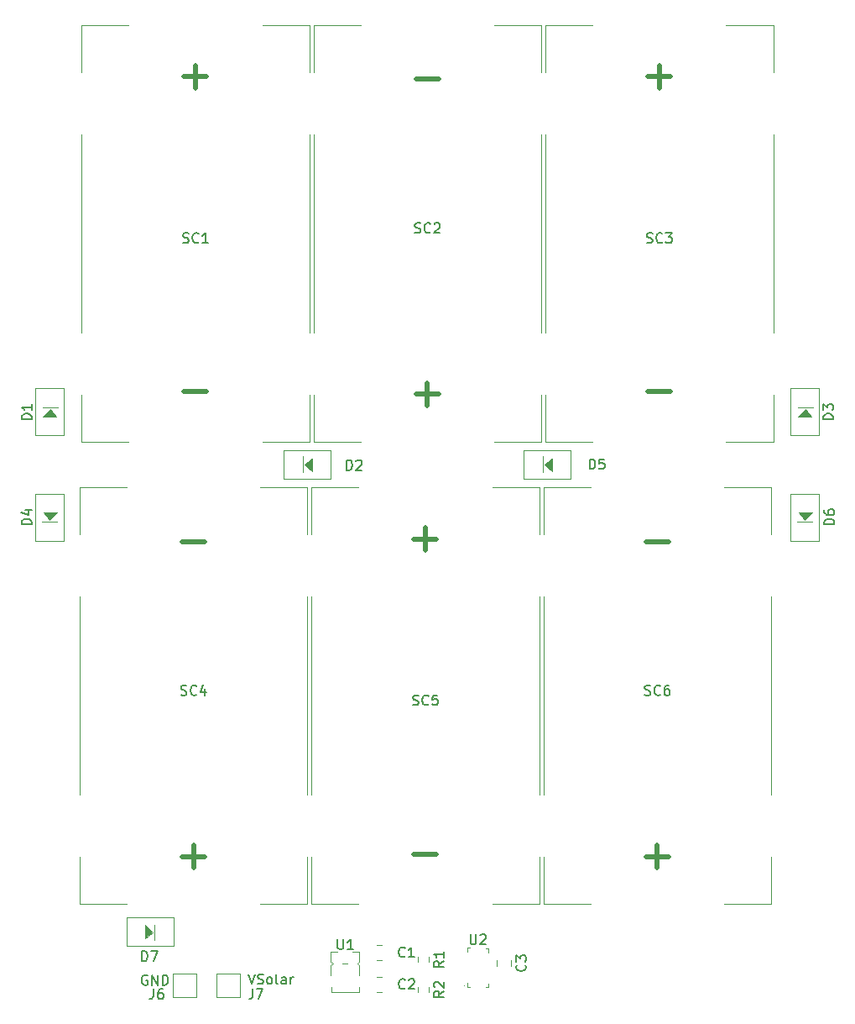
<source format=gbr>
%TF.GenerationSoftware,KiCad,Pcbnew,(5.1.10)-1*%
%TF.CreationDate,2022-11-16T11:33:55-08:00*%
%TF.ProjectId,XYFaces,58594661-6365-4732-9e6b-696361645f70,1.0*%
%TF.SameCoordinates,Original*%
%TF.FileFunction,Legend,Top*%
%TF.FilePolarity,Positive*%
%FSLAX46Y46*%
G04 Gerber Fmt 4.6, Leading zero omitted, Abs format (unit mm)*
G04 Created by KiCad (PCBNEW (5.1.10)-1) date 2022-11-16 11:33:55*
%MOMM*%
%LPD*%
G01*
G04 APERTURE LIST*
%ADD10C,0.150000*%
%ADD11C,0.120000*%
%ADD12C,0.100000*%
%ADD13C,0.500000*%
G04 APERTURE END LIST*
D10*
X106038095Y-138300000D02*
X105942857Y-138252380D01*
X105800000Y-138252380D01*
X105657142Y-138300000D01*
X105561904Y-138395238D01*
X105514285Y-138490476D01*
X105466666Y-138680952D01*
X105466666Y-138823809D01*
X105514285Y-139014285D01*
X105561904Y-139109523D01*
X105657142Y-139204761D01*
X105800000Y-139252380D01*
X105895238Y-139252380D01*
X106038095Y-139204761D01*
X106085714Y-139157142D01*
X106085714Y-138823809D01*
X105895238Y-138823809D01*
X106514285Y-139252380D02*
X106514285Y-138252380D01*
X107085714Y-139252380D01*
X107085714Y-138252380D01*
X107561904Y-139252380D02*
X107561904Y-138252380D01*
X107800000Y-138252380D01*
X107942857Y-138300000D01*
X108038095Y-138395238D01*
X108085714Y-138490476D01*
X108133333Y-138680952D01*
X108133333Y-138823809D01*
X108085714Y-139014285D01*
X108038095Y-139109523D01*
X107942857Y-139204761D01*
X107800000Y-139252380D01*
X107561904Y-139252380D01*
X116214285Y-138152380D02*
X116547619Y-139152380D01*
X116880952Y-138152380D01*
X117166666Y-139104761D02*
X117309523Y-139152380D01*
X117547619Y-139152380D01*
X117642857Y-139104761D01*
X117690476Y-139057142D01*
X117738095Y-138961904D01*
X117738095Y-138866666D01*
X117690476Y-138771428D01*
X117642857Y-138723809D01*
X117547619Y-138676190D01*
X117357142Y-138628571D01*
X117261904Y-138580952D01*
X117214285Y-138533333D01*
X117166666Y-138438095D01*
X117166666Y-138342857D01*
X117214285Y-138247619D01*
X117261904Y-138200000D01*
X117357142Y-138152380D01*
X117595238Y-138152380D01*
X117738095Y-138200000D01*
X118309523Y-139152380D02*
X118214285Y-139104761D01*
X118166666Y-139057142D01*
X118119047Y-138961904D01*
X118119047Y-138676190D01*
X118166666Y-138580952D01*
X118214285Y-138533333D01*
X118309523Y-138485714D01*
X118452380Y-138485714D01*
X118547619Y-138533333D01*
X118595238Y-138580952D01*
X118642857Y-138676190D01*
X118642857Y-138961904D01*
X118595238Y-139057142D01*
X118547619Y-139104761D01*
X118452380Y-139152380D01*
X118309523Y-139152380D01*
X119214285Y-139152380D02*
X119119047Y-139104761D01*
X119071428Y-139009523D01*
X119071428Y-138152380D01*
X120023809Y-139152380D02*
X120023809Y-138628571D01*
X119976190Y-138533333D01*
X119880952Y-138485714D01*
X119690476Y-138485714D01*
X119595238Y-138533333D01*
X120023809Y-139104761D02*
X119928571Y-139152380D01*
X119690476Y-139152380D01*
X119595238Y-139104761D01*
X119547619Y-139009523D01*
X119547619Y-138914285D01*
X119595238Y-138819047D01*
X119690476Y-138771428D01*
X119928571Y-138771428D01*
X120023809Y-138723809D01*
X120499999Y-139152380D02*
X120499999Y-138485714D01*
X120499999Y-138676190D02*
X120547619Y-138580952D01*
X120595238Y-138533333D01*
X120690476Y-138485714D01*
X120785714Y-138485714D01*
D11*
%TO.C,U2*%
X138100000Y-139300000D02*
G75*
G03*
X138100000Y-139300000I-50000J0D01*
G01*
X138350000Y-135500000D02*
X138600000Y-135500000D01*
X138350000Y-135500000D02*
X138350000Y-135800000D01*
X138350000Y-135800000D02*
X138350000Y-135900000D01*
X138350000Y-135800000D02*
X138350000Y-135500000D01*
X140450000Y-135550000D02*
X140450000Y-135850000D01*
X140450000Y-135850000D02*
X140450000Y-135950000D01*
X140450000Y-135550000D02*
X140200000Y-135550000D01*
X140450000Y-135850000D02*
X140450000Y-135550000D01*
X140450000Y-139500000D02*
X140450000Y-139200000D01*
X140450000Y-139200000D02*
X140450000Y-139100000D01*
X140450000Y-139500000D02*
X140200000Y-139500000D01*
X140450000Y-139200000D02*
X140450000Y-139500000D01*
X138350000Y-139150000D02*
X138350000Y-139050000D01*
X138350000Y-139450000D02*
X138600000Y-139450000D01*
X138350000Y-139150000D02*
X138350000Y-139450000D01*
X138350000Y-139450000D02*
X138350000Y-139150000D01*
%TO.C,SC1*%
X99400000Y-42500000D02*
X104150000Y-42500000D01*
X104150000Y-42500000D02*
X99400000Y-42500000D01*
X99400000Y-42500000D02*
X99400000Y-47250000D01*
X117650000Y-42500000D02*
X122400000Y-42500000D01*
X122400000Y-42500000D02*
X122400000Y-47250000D01*
X99400000Y-84500000D02*
X99400000Y-79750000D01*
X99400000Y-84500000D02*
X104150000Y-84500000D01*
X117650000Y-84500000D02*
X122400000Y-84500000D01*
X122400000Y-84500000D02*
X122400000Y-79750000D01*
X99400000Y-63500000D02*
X99400000Y-53500000D01*
X99400000Y-53500000D02*
X99400000Y-73500000D01*
X122400000Y-63500000D02*
X122400000Y-53500000D01*
X122400000Y-53500000D02*
X122400000Y-71750000D01*
X122400000Y-71750000D02*
X122400000Y-63500000D01*
X122400000Y-63500000D02*
X122400000Y-73500000D01*
%TO.C,SC4*%
X122200000Y-131100000D02*
X117450000Y-131100000D01*
X117450000Y-131100000D02*
X122200000Y-131100000D01*
X122200000Y-131100000D02*
X122200000Y-126350000D01*
X103950000Y-131100000D02*
X99200000Y-131100000D01*
X99200000Y-131100000D02*
X99200000Y-126350000D01*
X122200000Y-89100000D02*
X122200000Y-93850000D01*
X122200000Y-89100000D02*
X117450000Y-89100000D01*
X103950000Y-89100000D02*
X99200000Y-89100000D01*
X99200000Y-89100000D02*
X99200000Y-93850000D01*
X122200000Y-110100000D02*
X122200000Y-120100000D01*
X122200000Y-120100000D02*
X122200000Y-100100000D01*
X99200000Y-110100000D02*
X99200000Y-120100000D01*
X99200000Y-120100000D02*
X99200000Y-101850000D01*
X99200000Y-101850000D02*
X99200000Y-110100000D01*
X99200000Y-110100000D02*
X99200000Y-100100000D01*
%TO.C,U1*%
X124650000Y-139975000D02*
X124650000Y-139475000D01*
X127375000Y-139975000D02*
X124650000Y-139975000D01*
X127375000Y-139475000D02*
X127375000Y-139975000D01*
X126250000Y-137100000D02*
X125750000Y-137100000D01*
X126000000Y-137100000D02*
X126250000Y-137100000D01*
X124575000Y-135925000D02*
X125175000Y-135925000D01*
X124575000Y-136925000D02*
X124575000Y-135925000D01*
X124750000Y-137100000D02*
X124575000Y-136925000D01*
X124750000Y-137100000D02*
X124575000Y-137275000D01*
X124575000Y-137275000D02*
X124575000Y-138250000D01*
X127375000Y-137275000D02*
X127375000Y-138250000D01*
X127200000Y-137100000D02*
X127375000Y-137275000D01*
X127375000Y-135925000D02*
X126775000Y-135925000D01*
X127375000Y-136925000D02*
X127375000Y-135925000D01*
X127200000Y-137100000D02*
X127375000Y-136925000D01*
%TO.C,D1*%
X94750000Y-79125000D02*
X94750000Y-83875000D01*
X94750000Y-83875000D02*
X97650000Y-83875000D01*
X94750000Y-79125000D02*
X97650000Y-79125000D01*
X97650000Y-79125000D02*
X97650000Y-83875000D01*
D12*
G36*
X95488800Y-82008000D02*
G01*
X96225400Y-81195200D01*
X96835000Y-82008000D01*
X95488800Y-82008000D01*
G37*
X95488800Y-82008000D02*
X96225400Y-81195200D01*
X96835000Y-82008000D01*
X95488800Y-82008000D01*
D11*
X97012800Y-81068200D02*
X95463400Y-81068200D01*
%TO.C,SC6*%
X169000000Y-131100000D02*
X164250000Y-131100000D01*
X164250000Y-131100000D02*
X169000000Y-131100000D01*
X169000000Y-131100000D02*
X169000000Y-126350000D01*
X150750000Y-131100000D02*
X146000000Y-131100000D01*
X146000000Y-131100000D02*
X146000000Y-126350000D01*
X169000000Y-89100000D02*
X169000000Y-93850000D01*
X169000000Y-89100000D02*
X164250000Y-89100000D01*
X150750000Y-89100000D02*
X146000000Y-89100000D01*
X146000000Y-89100000D02*
X146000000Y-93850000D01*
X169000000Y-110100000D02*
X169000000Y-120100000D01*
X169000000Y-120100000D02*
X169000000Y-100100000D01*
X146000000Y-110100000D02*
X146000000Y-120100000D01*
X146000000Y-120100000D02*
X146000000Y-101850000D01*
X146000000Y-101850000D02*
X146000000Y-110100000D01*
X146000000Y-110100000D02*
X146000000Y-100100000D01*
%TO.C,SC5*%
X122600000Y-89100000D02*
X127350000Y-89100000D01*
X127350000Y-89100000D02*
X122600000Y-89100000D01*
X122600000Y-89100000D02*
X122600000Y-93850000D01*
X140850000Y-89100000D02*
X145600000Y-89100000D01*
X145600000Y-89100000D02*
X145600000Y-93850000D01*
X122600000Y-131100000D02*
X122600000Y-126350000D01*
X122600000Y-131100000D02*
X127350000Y-131100000D01*
X140850000Y-131100000D02*
X145600000Y-131100000D01*
X145600000Y-131100000D02*
X145600000Y-126350000D01*
X122600000Y-110100000D02*
X122600000Y-100100000D01*
X122600000Y-100100000D02*
X122600000Y-120100000D01*
X145600000Y-110100000D02*
X145600000Y-100100000D01*
X145600000Y-100100000D02*
X145600000Y-118350000D01*
X145600000Y-118350000D02*
X145600000Y-110100000D01*
X145600000Y-110100000D02*
X145600000Y-120100000D01*
%TO.C,SC3*%
X146200000Y-42500000D02*
X150950000Y-42500000D01*
X150950000Y-42500000D02*
X146200000Y-42500000D01*
X146200000Y-42500000D02*
X146200000Y-47250000D01*
X164450000Y-42500000D02*
X169200000Y-42500000D01*
X169200000Y-42500000D02*
X169200000Y-47250000D01*
X146200000Y-84500000D02*
X146200000Y-79750000D01*
X146200000Y-84500000D02*
X150950000Y-84500000D01*
X164450000Y-84500000D02*
X169200000Y-84500000D01*
X169200000Y-84500000D02*
X169200000Y-79750000D01*
X146200000Y-63500000D02*
X146200000Y-53500000D01*
X146200000Y-53500000D02*
X146200000Y-73500000D01*
X169200000Y-63500000D02*
X169200000Y-53500000D01*
X169200000Y-53500000D02*
X169200000Y-71750000D01*
X169200000Y-71750000D02*
X169200000Y-63500000D01*
X169200000Y-63500000D02*
X169200000Y-73500000D01*
%TO.C,SC2*%
X145800000Y-84500000D02*
X141050000Y-84500000D01*
X141050000Y-84500000D02*
X145800000Y-84500000D01*
X145800000Y-84500000D02*
X145800000Y-79750000D01*
X127550000Y-84500000D02*
X122800000Y-84500000D01*
X122800000Y-84500000D02*
X122800000Y-79750000D01*
X145800000Y-42500000D02*
X145800000Y-47250000D01*
X145800000Y-42500000D02*
X141050000Y-42500000D01*
X127550000Y-42500000D02*
X122800000Y-42500000D01*
X122800000Y-42500000D02*
X122800000Y-47250000D01*
X145800000Y-63500000D02*
X145800000Y-73500000D01*
X145800000Y-73500000D02*
X145800000Y-53500000D01*
X122800000Y-63500000D02*
X122800000Y-73500000D01*
X122800000Y-73500000D02*
X122800000Y-55250000D01*
X122800000Y-55250000D02*
X122800000Y-63500000D01*
X122800000Y-63500000D02*
X122800000Y-53500000D01*
%TO.C,D7*%
X108675000Y-132450000D02*
X103925000Y-132450000D01*
X103925000Y-132450000D02*
X103925000Y-135350000D01*
X108675000Y-132450000D02*
X108675000Y-135350000D01*
X108675000Y-135350000D02*
X103925000Y-135350000D01*
D12*
G36*
X105792000Y-133188800D02*
G01*
X106604800Y-133925400D01*
X105792000Y-134535000D01*
X105792000Y-133188800D01*
G37*
X105792000Y-133188800D02*
X106604800Y-133925400D01*
X105792000Y-134535000D01*
X105792000Y-133188800D01*
D11*
X106731800Y-134712800D02*
X106731800Y-133163400D01*
%TO.C,D6*%
X173850000Y-94475000D02*
X173850000Y-89725000D01*
X173850000Y-89725000D02*
X170950000Y-89725000D01*
X173850000Y-94475000D02*
X170950000Y-94475000D01*
X170950000Y-94475000D02*
X170950000Y-89725000D01*
D12*
G36*
X173111200Y-91592000D02*
G01*
X172374600Y-92404800D01*
X171765000Y-91592000D01*
X173111200Y-91592000D01*
G37*
X173111200Y-91592000D02*
X172374600Y-92404800D01*
X171765000Y-91592000D01*
X173111200Y-91592000D01*
D11*
X171587200Y-92531800D02*
X173136600Y-92531800D01*
%TO.C,D5*%
X144025000Y-88250000D02*
X148775000Y-88250000D01*
X148775000Y-88250000D02*
X148775000Y-85350000D01*
X144025000Y-88250000D02*
X144025000Y-85350000D01*
X144025000Y-85350000D02*
X148775000Y-85350000D01*
D12*
G36*
X146908000Y-87511200D02*
G01*
X146095200Y-86774600D01*
X146908000Y-86165000D01*
X146908000Y-87511200D01*
G37*
X146908000Y-87511200D02*
X146095200Y-86774600D01*
X146908000Y-86165000D01*
X146908000Y-87511200D01*
D11*
X145968200Y-85987200D02*
X145968200Y-87536600D01*
%TO.C,D4*%
X97650000Y-94475000D02*
X97650000Y-89725000D01*
X97650000Y-89725000D02*
X94750000Y-89725000D01*
X97650000Y-94475000D02*
X94750000Y-94475000D01*
X94750000Y-94475000D02*
X94750000Y-89725000D01*
D12*
G36*
X96911200Y-91592000D02*
G01*
X96174600Y-92404800D01*
X95565000Y-91592000D01*
X96911200Y-91592000D01*
G37*
X96911200Y-91592000D02*
X96174600Y-92404800D01*
X95565000Y-91592000D01*
X96911200Y-91592000D01*
D11*
X95387200Y-92531800D02*
X96936600Y-92531800D01*
%TO.C,D3*%
X170950000Y-79125000D02*
X170950000Y-83875000D01*
X170950000Y-83875000D02*
X173850000Y-83875000D01*
X170950000Y-79125000D02*
X173850000Y-79125000D01*
X173850000Y-79125000D02*
X173850000Y-83875000D01*
D12*
G36*
X171688800Y-82008000D02*
G01*
X172425400Y-81195200D01*
X173035000Y-82008000D01*
X171688800Y-82008000D01*
G37*
X171688800Y-82008000D02*
X172425400Y-81195200D01*
X173035000Y-82008000D01*
X171688800Y-82008000D01*
D11*
X173212800Y-81068200D02*
X171663400Y-81068200D01*
%TO.C,D2*%
X119825000Y-88250000D02*
X124575000Y-88250000D01*
X124575000Y-88250000D02*
X124575000Y-85350000D01*
X119825000Y-88250000D02*
X119825000Y-85350000D01*
X119825000Y-85350000D02*
X124575000Y-85350000D01*
D12*
G36*
X122708000Y-87511200D02*
G01*
X121895200Y-86774600D01*
X122708000Y-86165000D01*
X122708000Y-87511200D01*
G37*
X122708000Y-87511200D02*
X121895200Y-86774600D01*
X122708000Y-86165000D01*
X122708000Y-87511200D01*
D11*
X121768200Y-85987200D02*
X121768200Y-87536600D01*
%TO.C,R2*%
X134422500Y-139462742D02*
X134422500Y-139937258D01*
X133377500Y-139462742D02*
X133377500Y-139937258D01*
%TO.C,R1*%
X134422500Y-136437742D02*
X134422500Y-136912258D01*
X133377500Y-136437742D02*
X133377500Y-136912258D01*
%TO.C,C3*%
X142735000Y-136788748D02*
X142735000Y-137311252D01*
X141265000Y-136788748D02*
X141265000Y-137311252D01*
%TO.C,C2*%
X129711252Y-139935000D02*
X129188748Y-139935000D01*
X129711252Y-138465000D02*
X129188748Y-138465000D01*
%TO.C,C1*%
X129188748Y-135265000D02*
X129711252Y-135265000D01*
X129188748Y-136735000D02*
X129711252Y-136735000D01*
%TO.C,J7*%
X115400000Y-138100000D02*
X115400000Y-140500000D01*
X113000000Y-138100000D02*
X115400000Y-138100000D01*
X113000000Y-140500000D02*
X113000000Y-138100000D01*
X115400000Y-140500000D02*
X113000000Y-140500000D01*
%TO.C,J6*%
X111000000Y-138100000D02*
X111000000Y-140500000D01*
X108600000Y-138100000D02*
X111000000Y-138100000D01*
X108600000Y-140500000D02*
X108600000Y-138100000D01*
X111000000Y-140500000D02*
X108600000Y-140500000D01*
%TO.C,U2*%
D10*
X138638095Y-134152380D02*
X138638095Y-134961904D01*
X138685714Y-135057142D01*
X138733333Y-135104761D01*
X138828571Y-135152380D01*
X139019047Y-135152380D01*
X139114285Y-135104761D01*
X139161904Y-135057142D01*
X139209523Y-134961904D01*
X139209523Y-134152380D01*
X139638095Y-134247619D02*
X139685714Y-134200000D01*
X139780952Y-134152380D01*
X140019047Y-134152380D01*
X140114285Y-134200000D01*
X140161904Y-134247619D01*
X140209523Y-134342857D01*
X140209523Y-134438095D01*
X140161904Y-134580952D01*
X139590476Y-135152380D01*
X140209523Y-135152380D01*
%TO.C,SC1*%
X109638095Y-64404761D02*
X109780952Y-64452380D01*
X110019047Y-64452380D01*
X110114285Y-64404761D01*
X110161904Y-64357142D01*
X110209523Y-64261904D01*
X110209523Y-64166666D01*
X110161904Y-64071428D01*
X110114285Y-64023809D01*
X110019047Y-63976190D01*
X109828571Y-63928571D01*
X109733333Y-63880952D01*
X109685714Y-63833333D01*
X109638095Y-63738095D01*
X109638095Y-63642857D01*
X109685714Y-63547619D01*
X109733333Y-63500000D01*
X109828571Y-63452380D01*
X110066666Y-63452380D01*
X110209523Y-63500000D01*
X111209523Y-64357142D02*
X111161904Y-64404761D01*
X111019047Y-64452380D01*
X110923809Y-64452380D01*
X110780952Y-64404761D01*
X110685714Y-64309523D01*
X110638095Y-64214285D01*
X110590476Y-64023809D01*
X110590476Y-63880952D01*
X110638095Y-63690476D01*
X110685714Y-63595238D01*
X110780952Y-63500000D01*
X110923809Y-63452380D01*
X111019047Y-63452380D01*
X111161904Y-63500000D01*
X111209523Y-63547619D01*
X112161904Y-64452380D02*
X111590476Y-64452380D01*
X111876190Y-64452380D02*
X111876190Y-63452380D01*
X111780952Y-63595238D01*
X111685714Y-63690476D01*
X111590476Y-63738095D01*
D13*
X109757142Y-79464285D02*
X112042857Y-79464285D01*
X109757142Y-47714285D02*
X112042857Y-47714285D01*
X110900000Y-48857142D02*
X110900000Y-46571428D01*
%TO.C,SC4*%
D10*
X109438095Y-110004761D02*
X109580952Y-110052380D01*
X109819047Y-110052380D01*
X109914285Y-110004761D01*
X109961904Y-109957142D01*
X110009523Y-109861904D01*
X110009523Y-109766666D01*
X109961904Y-109671428D01*
X109914285Y-109623809D01*
X109819047Y-109576190D01*
X109628571Y-109528571D01*
X109533333Y-109480952D01*
X109485714Y-109433333D01*
X109438095Y-109338095D01*
X109438095Y-109242857D01*
X109485714Y-109147619D01*
X109533333Y-109100000D01*
X109628571Y-109052380D01*
X109866666Y-109052380D01*
X110009523Y-109100000D01*
X111009523Y-109957142D02*
X110961904Y-110004761D01*
X110819047Y-110052380D01*
X110723809Y-110052380D01*
X110580952Y-110004761D01*
X110485714Y-109909523D01*
X110438095Y-109814285D01*
X110390476Y-109623809D01*
X110390476Y-109480952D01*
X110438095Y-109290476D01*
X110485714Y-109195238D01*
X110580952Y-109100000D01*
X110723809Y-109052380D01*
X110819047Y-109052380D01*
X110961904Y-109100000D01*
X111009523Y-109147619D01*
X111866666Y-109385714D02*
X111866666Y-110052380D01*
X111628571Y-109004761D02*
X111390476Y-109719047D01*
X112009523Y-109719047D01*
D13*
X109557142Y-94564285D02*
X111842857Y-94564285D01*
X109557142Y-126314285D02*
X111842857Y-126314285D01*
X110700000Y-127457142D02*
X110700000Y-125171428D01*
%TO.C,U1*%
D10*
X125238095Y-134652380D02*
X125238095Y-135461904D01*
X125285714Y-135557142D01*
X125333333Y-135604761D01*
X125428571Y-135652380D01*
X125619047Y-135652380D01*
X125714285Y-135604761D01*
X125761904Y-135557142D01*
X125809523Y-135461904D01*
X125809523Y-134652380D01*
X126809523Y-135652380D02*
X126238095Y-135652380D01*
X126523809Y-135652380D02*
X126523809Y-134652380D01*
X126428571Y-134795238D01*
X126333333Y-134890476D01*
X126238095Y-134938095D01*
%TO.C,D1*%
X94352380Y-82238095D02*
X93352380Y-82238095D01*
X93352380Y-82000000D01*
X93400000Y-81857142D01*
X93495238Y-81761904D01*
X93590476Y-81714285D01*
X93780952Y-81666666D01*
X93923809Y-81666666D01*
X94114285Y-81714285D01*
X94209523Y-81761904D01*
X94304761Y-81857142D01*
X94352380Y-82000000D01*
X94352380Y-82238095D01*
X94352380Y-80714285D02*
X94352380Y-81285714D01*
X94352380Y-81000000D02*
X93352380Y-81000000D01*
X93495238Y-81095238D01*
X93590476Y-81190476D01*
X93638095Y-81285714D01*
%TO.C,SC6*%
X156238095Y-110004761D02*
X156380952Y-110052380D01*
X156619047Y-110052380D01*
X156714285Y-110004761D01*
X156761904Y-109957142D01*
X156809523Y-109861904D01*
X156809523Y-109766666D01*
X156761904Y-109671428D01*
X156714285Y-109623809D01*
X156619047Y-109576190D01*
X156428571Y-109528571D01*
X156333333Y-109480952D01*
X156285714Y-109433333D01*
X156238095Y-109338095D01*
X156238095Y-109242857D01*
X156285714Y-109147619D01*
X156333333Y-109100000D01*
X156428571Y-109052380D01*
X156666666Y-109052380D01*
X156809523Y-109100000D01*
X157809523Y-109957142D02*
X157761904Y-110004761D01*
X157619047Y-110052380D01*
X157523809Y-110052380D01*
X157380952Y-110004761D01*
X157285714Y-109909523D01*
X157238095Y-109814285D01*
X157190476Y-109623809D01*
X157190476Y-109480952D01*
X157238095Y-109290476D01*
X157285714Y-109195238D01*
X157380952Y-109100000D01*
X157523809Y-109052380D01*
X157619047Y-109052380D01*
X157761904Y-109100000D01*
X157809523Y-109147619D01*
X158666666Y-109052380D02*
X158476190Y-109052380D01*
X158380952Y-109100000D01*
X158333333Y-109147619D01*
X158238095Y-109290476D01*
X158190476Y-109480952D01*
X158190476Y-109861904D01*
X158238095Y-109957142D01*
X158285714Y-110004761D01*
X158380952Y-110052380D01*
X158571428Y-110052380D01*
X158666666Y-110004761D01*
X158714285Y-109957142D01*
X158761904Y-109861904D01*
X158761904Y-109623809D01*
X158714285Y-109528571D01*
X158666666Y-109480952D01*
X158571428Y-109433333D01*
X158380952Y-109433333D01*
X158285714Y-109480952D01*
X158238095Y-109528571D01*
X158190476Y-109623809D01*
D13*
X156357142Y-94564285D02*
X158642857Y-94564285D01*
X156357142Y-126314285D02*
X158642857Y-126314285D01*
X157500000Y-127457142D02*
X157500000Y-125171428D01*
%TO.C,SC5*%
D10*
X132838095Y-111004761D02*
X132980952Y-111052380D01*
X133219047Y-111052380D01*
X133314285Y-111004761D01*
X133361904Y-110957142D01*
X133409523Y-110861904D01*
X133409523Y-110766666D01*
X133361904Y-110671428D01*
X133314285Y-110623809D01*
X133219047Y-110576190D01*
X133028571Y-110528571D01*
X132933333Y-110480952D01*
X132885714Y-110433333D01*
X132838095Y-110338095D01*
X132838095Y-110242857D01*
X132885714Y-110147619D01*
X132933333Y-110100000D01*
X133028571Y-110052380D01*
X133266666Y-110052380D01*
X133409523Y-110100000D01*
X134409523Y-110957142D02*
X134361904Y-111004761D01*
X134219047Y-111052380D01*
X134123809Y-111052380D01*
X133980952Y-111004761D01*
X133885714Y-110909523D01*
X133838095Y-110814285D01*
X133790476Y-110623809D01*
X133790476Y-110480952D01*
X133838095Y-110290476D01*
X133885714Y-110195238D01*
X133980952Y-110100000D01*
X134123809Y-110052380D01*
X134219047Y-110052380D01*
X134361904Y-110100000D01*
X134409523Y-110147619D01*
X135314285Y-110052380D02*
X134838095Y-110052380D01*
X134790476Y-110528571D01*
X134838095Y-110480952D01*
X134933333Y-110433333D01*
X135171428Y-110433333D01*
X135266666Y-110480952D01*
X135314285Y-110528571D01*
X135361904Y-110623809D01*
X135361904Y-110861904D01*
X135314285Y-110957142D01*
X135266666Y-111004761D01*
X135171428Y-111052380D01*
X134933333Y-111052380D01*
X134838095Y-111004761D01*
X134790476Y-110957142D01*
D13*
X132957142Y-126064285D02*
X135242857Y-126064285D01*
X132957142Y-94314285D02*
X135242857Y-94314285D01*
X134100000Y-95457142D02*
X134100000Y-93171428D01*
%TO.C,SC3*%
D10*
X156438095Y-64404761D02*
X156580952Y-64452380D01*
X156819047Y-64452380D01*
X156914285Y-64404761D01*
X156961904Y-64357142D01*
X157009523Y-64261904D01*
X157009523Y-64166666D01*
X156961904Y-64071428D01*
X156914285Y-64023809D01*
X156819047Y-63976190D01*
X156628571Y-63928571D01*
X156533333Y-63880952D01*
X156485714Y-63833333D01*
X156438095Y-63738095D01*
X156438095Y-63642857D01*
X156485714Y-63547619D01*
X156533333Y-63500000D01*
X156628571Y-63452380D01*
X156866666Y-63452380D01*
X157009523Y-63500000D01*
X158009523Y-64357142D02*
X157961904Y-64404761D01*
X157819047Y-64452380D01*
X157723809Y-64452380D01*
X157580952Y-64404761D01*
X157485714Y-64309523D01*
X157438095Y-64214285D01*
X157390476Y-64023809D01*
X157390476Y-63880952D01*
X157438095Y-63690476D01*
X157485714Y-63595238D01*
X157580952Y-63500000D01*
X157723809Y-63452380D01*
X157819047Y-63452380D01*
X157961904Y-63500000D01*
X158009523Y-63547619D01*
X158342857Y-63452380D02*
X158961904Y-63452380D01*
X158628571Y-63833333D01*
X158771428Y-63833333D01*
X158866666Y-63880952D01*
X158914285Y-63928571D01*
X158961904Y-64023809D01*
X158961904Y-64261904D01*
X158914285Y-64357142D01*
X158866666Y-64404761D01*
X158771428Y-64452380D01*
X158485714Y-64452380D01*
X158390476Y-64404761D01*
X158342857Y-64357142D01*
D13*
X156557142Y-79464285D02*
X158842857Y-79464285D01*
X156557142Y-47714285D02*
X158842857Y-47714285D01*
X157700000Y-48857142D02*
X157700000Y-46571428D01*
%TO.C,SC2*%
D10*
X133038095Y-63404761D02*
X133180952Y-63452380D01*
X133419047Y-63452380D01*
X133514285Y-63404761D01*
X133561904Y-63357142D01*
X133609523Y-63261904D01*
X133609523Y-63166666D01*
X133561904Y-63071428D01*
X133514285Y-63023809D01*
X133419047Y-62976190D01*
X133228571Y-62928571D01*
X133133333Y-62880952D01*
X133085714Y-62833333D01*
X133038095Y-62738095D01*
X133038095Y-62642857D01*
X133085714Y-62547619D01*
X133133333Y-62500000D01*
X133228571Y-62452380D01*
X133466666Y-62452380D01*
X133609523Y-62500000D01*
X134609523Y-63357142D02*
X134561904Y-63404761D01*
X134419047Y-63452380D01*
X134323809Y-63452380D01*
X134180952Y-63404761D01*
X134085714Y-63309523D01*
X134038095Y-63214285D01*
X133990476Y-63023809D01*
X133990476Y-62880952D01*
X134038095Y-62690476D01*
X134085714Y-62595238D01*
X134180952Y-62500000D01*
X134323809Y-62452380D01*
X134419047Y-62452380D01*
X134561904Y-62500000D01*
X134609523Y-62547619D01*
X134990476Y-62547619D02*
X135038095Y-62500000D01*
X135133333Y-62452380D01*
X135371428Y-62452380D01*
X135466666Y-62500000D01*
X135514285Y-62547619D01*
X135561904Y-62642857D01*
X135561904Y-62738095D01*
X135514285Y-62880952D01*
X134942857Y-63452380D01*
X135561904Y-63452380D01*
D13*
X133157142Y-47964285D02*
X135442857Y-47964285D01*
X133157142Y-79714285D02*
X135442857Y-79714285D01*
X134300000Y-80857142D02*
X134300000Y-78571428D01*
%TO.C,D7*%
D10*
X105497404Y-136850380D02*
X105497404Y-135850380D01*
X105735500Y-135850380D01*
X105878357Y-135898000D01*
X105973595Y-135993238D01*
X106021214Y-136088476D01*
X106068833Y-136278952D01*
X106068833Y-136421809D01*
X106021214Y-136612285D01*
X105973595Y-136707523D01*
X105878357Y-136802761D01*
X105735500Y-136850380D01*
X105497404Y-136850380D01*
X106402166Y-135850380D02*
X107068833Y-135850380D01*
X106640261Y-136850380D01*
%TO.C,D6*%
X175352380Y-92838095D02*
X174352380Y-92838095D01*
X174352380Y-92600000D01*
X174400000Y-92457142D01*
X174495238Y-92361904D01*
X174590476Y-92314285D01*
X174780952Y-92266666D01*
X174923809Y-92266666D01*
X175114285Y-92314285D01*
X175209523Y-92361904D01*
X175304761Y-92457142D01*
X175352380Y-92600000D01*
X175352380Y-92838095D01*
X174352380Y-91409523D02*
X174352380Y-91600000D01*
X174400000Y-91695238D01*
X174447619Y-91742857D01*
X174590476Y-91838095D01*
X174780952Y-91885714D01*
X175161904Y-91885714D01*
X175257142Y-91838095D01*
X175304761Y-91790476D01*
X175352380Y-91695238D01*
X175352380Y-91504761D01*
X175304761Y-91409523D01*
X175257142Y-91361904D01*
X175161904Y-91314285D01*
X174923809Y-91314285D01*
X174828571Y-91361904D01*
X174780952Y-91409523D01*
X174733333Y-91504761D01*
X174733333Y-91695238D01*
X174780952Y-91790476D01*
X174828571Y-91838095D01*
X174923809Y-91885714D01*
%TO.C,D5*%
X150661904Y-87252380D02*
X150661904Y-86252380D01*
X150900000Y-86252380D01*
X151042857Y-86300000D01*
X151138095Y-86395238D01*
X151185714Y-86490476D01*
X151233333Y-86680952D01*
X151233333Y-86823809D01*
X151185714Y-87014285D01*
X151138095Y-87109523D01*
X151042857Y-87204761D01*
X150900000Y-87252380D01*
X150661904Y-87252380D01*
X152138095Y-86252380D02*
X151661904Y-86252380D01*
X151614285Y-86728571D01*
X151661904Y-86680952D01*
X151757142Y-86633333D01*
X151995238Y-86633333D01*
X152090476Y-86680952D01*
X152138095Y-86728571D01*
X152185714Y-86823809D01*
X152185714Y-87061904D01*
X152138095Y-87157142D01*
X152090476Y-87204761D01*
X151995238Y-87252380D01*
X151757142Y-87252380D01*
X151661904Y-87204761D01*
X151614285Y-87157142D01*
%TO.C,D4*%
X94352380Y-92838095D02*
X93352380Y-92838095D01*
X93352380Y-92600000D01*
X93400000Y-92457142D01*
X93495238Y-92361904D01*
X93590476Y-92314285D01*
X93780952Y-92266666D01*
X93923809Y-92266666D01*
X94114285Y-92314285D01*
X94209523Y-92361904D01*
X94304761Y-92457142D01*
X94352380Y-92600000D01*
X94352380Y-92838095D01*
X93685714Y-91409523D02*
X94352380Y-91409523D01*
X93304761Y-91647619D02*
X94019047Y-91885714D01*
X94019047Y-91266666D01*
%TO.C,D3*%
X175252380Y-82238095D02*
X174252380Y-82238095D01*
X174252380Y-82000000D01*
X174300000Y-81857142D01*
X174395238Y-81761904D01*
X174490476Y-81714285D01*
X174680952Y-81666666D01*
X174823809Y-81666666D01*
X175014285Y-81714285D01*
X175109523Y-81761904D01*
X175204761Y-81857142D01*
X175252380Y-82000000D01*
X175252380Y-82238095D01*
X174252380Y-81333333D02*
X174252380Y-80714285D01*
X174633333Y-81047619D01*
X174633333Y-80904761D01*
X174680952Y-80809523D01*
X174728571Y-80761904D01*
X174823809Y-80714285D01*
X175061904Y-80714285D01*
X175157142Y-80761904D01*
X175204761Y-80809523D01*
X175252380Y-80904761D01*
X175252380Y-81190476D01*
X175204761Y-81285714D01*
X175157142Y-81333333D01*
%TO.C,D2*%
X126161904Y-87352380D02*
X126161904Y-86352380D01*
X126400000Y-86352380D01*
X126542857Y-86400000D01*
X126638095Y-86495238D01*
X126685714Y-86590476D01*
X126733333Y-86780952D01*
X126733333Y-86923809D01*
X126685714Y-87114285D01*
X126638095Y-87209523D01*
X126542857Y-87304761D01*
X126400000Y-87352380D01*
X126161904Y-87352380D01*
X127114285Y-86447619D02*
X127161904Y-86400000D01*
X127257142Y-86352380D01*
X127495238Y-86352380D01*
X127590476Y-86400000D01*
X127638095Y-86447619D01*
X127685714Y-86542857D01*
X127685714Y-86638095D01*
X127638095Y-86780952D01*
X127066666Y-87352380D01*
X127685714Y-87352380D01*
%TO.C,R2*%
X135952380Y-139866666D02*
X135476190Y-140200000D01*
X135952380Y-140438095D02*
X134952380Y-140438095D01*
X134952380Y-140057142D01*
X135000000Y-139961904D01*
X135047619Y-139914285D01*
X135142857Y-139866666D01*
X135285714Y-139866666D01*
X135380952Y-139914285D01*
X135428571Y-139961904D01*
X135476190Y-140057142D01*
X135476190Y-140438095D01*
X135047619Y-139485714D02*
X135000000Y-139438095D01*
X134952380Y-139342857D01*
X134952380Y-139104761D01*
X135000000Y-139009523D01*
X135047619Y-138961904D01*
X135142857Y-138914285D01*
X135238095Y-138914285D01*
X135380952Y-138961904D01*
X135952380Y-139533333D01*
X135952380Y-138914285D01*
%TO.C,R1*%
X135952380Y-136841666D02*
X135476190Y-137175000D01*
X135952380Y-137413095D02*
X134952380Y-137413095D01*
X134952380Y-137032142D01*
X135000000Y-136936904D01*
X135047619Y-136889285D01*
X135142857Y-136841666D01*
X135285714Y-136841666D01*
X135380952Y-136889285D01*
X135428571Y-136936904D01*
X135476190Y-137032142D01*
X135476190Y-137413095D01*
X135952380Y-135889285D02*
X135952380Y-136460714D01*
X135952380Y-136175000D02*
X134952380Y-136175000D01*
X135095238Y-136270238D01*
X135190476Y-136365476D01*
X135238095Y-136460714D01*
%TO.C,C3*%
X144157142Y-137216666D02*
X144204761Y-137264285D01*
X144252380Y-137407142D01*
X144252380Y-137502380D01*
X144204761Y-137645238D01*
X144109523Y-137740476D01*
X144014285Y-137788095D01*
X143823809Y-137835714D01*
X143680952Y-137835714D01*
X143490476Y-137788095D01*
X143395238Y-137740476D01*
X143300000Y-137645238D01*
X143252380Y-137502380D01*
X143252380Y-137407142D01*
X143300000Y-137264285D01*
X143347619Y-137216666D01*
X143252380Y-136883333D02*
X143252380Y-136264285D01*
X143633333Y-136597619D01*
X143633333Y-136454761D01*
X143680952Y-136359523D01*
X143728571Y-136311904D01*
X143823809Y-136264285D01*
X144061904Y-136264285D01*
X144157142Y-136311904D01*
X144204761Y-136359523D01*
X144252380Y-136454761D01*
X144252380Y-136740476D01*
X144204761Y-136835714D01*
X144157142Y-136883333D01*
%TO.C,C2*%
X132033333Y-139557142D02*
X131985714Y-139604761D01*
X131842857Y-139652380D01*
X131747619Y-139652380D01*
X131604761Y-139604761D01*
X131509523Y-139509523D01*
X131461904Y-139414285D01*
X131414285Y-139223809D01*
X131414285Y-139080952D01*
X131461904Y-138890476D01*
X131509523Y-138795238D01*
X131604761Y-138700000D01*
X131747619Y-138652380D01*
X131842857Y-138652380D01*
X131985714Y-138700000D01*
X132033333Y-138747619D01*
X132414285Y-138747619D02*
X132461904Y-138700000D01*
X132557142Y-138652380D01*
X132795238Y-138652380D01*
X132890476Y-138700000D01*
X132938095Y-138747619D01*
X132985714Y-138842857D01*
X132985714Y-138938095D01*
X132938095Y-139080952D01*
X132366666Y-139652380D01*
X132985714Y-139652380D01*
%TO.C,C1*%
X132033333Y-136357142D02*
X131985714Y-136404761D01*
X131842857Y-136452380D01*
X131747619Y-136452380D01*
X131604761Y-136404761D01*
X131509523Y-136309523D01*
X131461904Y-136214285D01*
X131414285Y-136023809D01*
X131414285Y-135880952D01*
X131461904Y-135690476D01*
X131509523Y-135595238D01*
X131604761Y-135500000D01*
X131747619Y-135452380D01*
X131842857Y-135452380D01*
X131985714Y-135500000D01*
X132033333Y-135547619D01*
X132985714Y-136452380D02*
X132414285Y-136452380D01*
X132700000Y-136452380D02*
X132700000Y-135452380D01*
X132604761Y-135595238D01*
X132509523Y-135690476D01*
X132414285Y-135738095D01*
%TO.C,J7*%
X116666666Y-139652380D02*
X116666666Y-140366666D01*
X116619047Y-140509523D01*
X116523809Y-140604761D01*
X116380952Y-140652380D01*
X116285714Y-140652380D01*
X117047619Y-139652380D02*
X117714285Y-139652380D01*
X117285714Y-140652380D01*
%TO.C,J6*%
X106666666Y-139652380D02*
X106666666Y-140366666D01*
X106619047Y-140509523D01*
X106523809Y-140604761D01*
X106380952Y-140652380D01*
X106285714Y-140652380D01*
X107571428Y-139652380D02*
X107380952Y-139652380D01*
X107285714Y-139700000D01*
X107238095Y-139747619D01*
X107142857Y-139890476D01*
X107095238Y-140080952D01*
X107095238Y-140461904D01*
X107142857Y-140557142D01*
X107190476Y-140604761D01*
X107285714Y-140652380D01*
X107476190Y-140652380D01*
X107571428Y-140604761D01*
X107619047Y-140557142D01*
X107666666Y-140461904D01*
X107666666Y-140223809D01*
X107619047Y-140128571D01*
X107571428Y-140080952D01*
X107476190Y-140033333D01*
X107285714Y-140033333D01*
X107190476Y-140080952D01*
X107142857Y-140128571D01*
X107095238Y-140223809D01*
%TD*%
M02*

</source>
